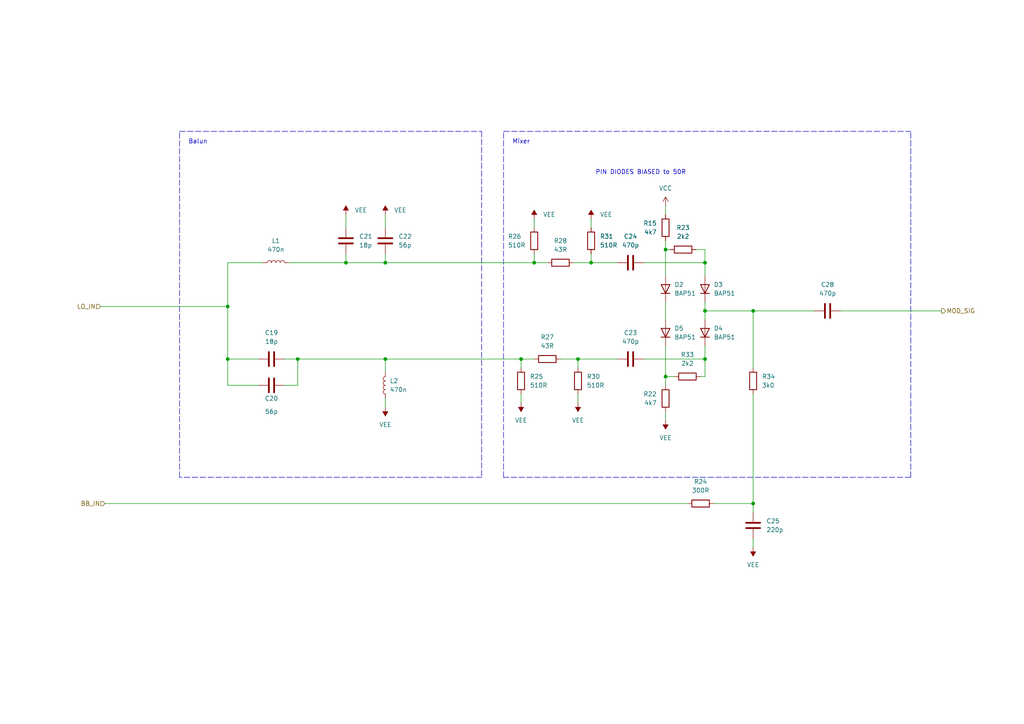
<source format=kicad_sch>
(kicad_sch (version 20211123) (generator eeschema)
  (paper "A4")
  (lib_symbols
    (symbol "Device:C" (pin_numbers hide) (pin_names (offset 0.254))
      (property "Reference" "C" (at 0.635 2.54 0))
      (property "Value" "C" (at 0.635 -2.54 0))
      (symbol "C_0_1"
        (polyline (pts (xy -2.032 -0.762) (xy 2.032 -0.762)) (stroke (width 0.508)))
        (polyline (pts (xy -2.032 0.762) (xy 2.032 0.762)) (stroke (width 0.508)))
      )
      (symbol "C_1_1"
        (pin passive line (at 0 3.81 270) (length 2.794) (name "~") (number "1"))
        (pin passive line (at 0 -3.81 90) (length 2.794) (name "~") (number "2"))
      )
    )
    (symbol "Device:D" (pin_numbers hide) (pin_names (offset 1.016) hide)
      (property "Reference" "D" (at 0 2.54 0))
      (property "Value" "D" (at 0 -2.54 0))
      (symbol "D_0_1"
        (polyline (pts (xy -1.27 1.27) (xy -1.27 -1.27)) (stroke (width 0.254)))
        (polyline (pts (xy 1.27 0) (xy -1.27 0)))
        (polyline (pts (xy 1.27 1.27) (xy 1.27 -1.27) (xy -1.27 0) (xy 1.27 1.27)) (stroke (width 0.254)))
      )
      (symbol "D_1_1"
        (pin passive line (at -3.81 0 0) (length 2.54) (name "K") (number "1"))
        (pin passive line (at 3.81 0 180) (length 2.54) (name "A") (number "2"))
      )
    )
    (symbol "Device:L" (pin_numbers hide) (pin_names (offset 1.016) hide)
      (property "Reference" "L" (at -1.27 0 90))
      (property "Value" "L" (at 1.905 0 90))
      (symbol "L_0_1"
        (arc (start 0 -2.54) (mid 0.635 -1.905) (end 0 -1.27))
        (arc (start 0 -1.27) (mid 0.635 -0.635) (end 0 0))
        (arc (start 0 0) (mid 0.635 0.635) (end 0 1.27))
        (arc (start 0 1.27) (mid 0.635 1.905) (end 0 2.54))
      )
      (symbol "L_1_1"
        (pin passive line (at 0 3.81 270) (length 1.27) (name "1") (number "1"))
        (pin passive line (at 0 -3.81 90) (length 1.27) (name "2") (number "2"))
      )
    )
    (symbol "Device:R" (pin_numbers hide) (pin_names (offset 0))
      (property "Reference" "R" (at 2.032 0 90))
      (property "Value" "R" (at 0 0 90))
      (symbol "R_0_1"
        (rectangle (start -1.016 -2.54) (end 1.016 2.54) (stroke (width 0.254)))
      )
      (symbol "R_1_1"
        (pin passive line (at 0 3.81 270) (length 1.27) (name "~") (number "1"))
        (pin passive line (at 0 -3.81 90) (length 1.27) (name "~") (number "2"))
      )
    )
    (symbol "power:VCC" (power) (pin_names (offset 0))
      (property "Value" "VCC" (at 0 3.81 0))
      (symbol "VCC_0_1"
        (polyline (pts (xy -0.762 1.27) (xy 0 2.54)))
        (polyline (pts (xy 0 0) (xy 0 2.54)))
        (polyline (pts (xy 0 2.54) (xy 0.762 1.27)))
      )
      (symbol "VCC_1_1"
        (pin power_in line (at 0 0 90) (length 0) hide (name "VCC") (number "1"))
      )
    )
    (symbol "power:VEE" (power) (pin_names (offset 0))
      (property "Value" "VEE" (at 0 3.81 0))
      (symbol "VEE_0_1"
        (polyline (pts (xy 0 0) (xy 0 2.54)))
        (polyline (pts (xy 0.762 1.27) (xy -0.762 1.27) (xy 0 2.54) (xy 0.762 1.27)) (fill (type outline)))
      )
      (symbol "VEE_1_1"
        (pin power_in line (at 0 0 90) (length 0) hide (name "VEE") (number "1"))
      )
    )
  )
  (junction (at 193.04 109.22))
  (junction (at 66.04 104.14))
  (junction (at 100.33 76.2))
  (junction (at 167.64 104.14))
  (junction (at 171.45 76.2))
  (junction (at 218.44 146.05))
  (junction (at 193.04 72.39))
  (junction (at 111.76 76.2))
  (junction (at 204.47 76.2))
  (junction (at 154.94 76.2))
  (junction (at 86.36 104.14))
  (junction (at 151.13 104.14))
  (junction (at 204.47 90.17))
  (junction (at 204.47 104.14))
  (junction (at 111.76 104.14))
  (junction (at 218.44 90.17))
  (junction (at 66.04 88.9))
  (wire (pts (xy 162.56 104.14) (xy 167.64 104.14)))
  (wire (pts (xy 171.45 76.2) (xy 171.45 73.66)))
  (wire (pts (xy 74.93 111.76) (xy 66.04 111.76)))
  (wire (pts (xy 86.36 104.14) (xy 111.76 104.14)))
  (polyline (pts (xy 264.16 138.43) (xy 264.16 38.1)))
  (wire (pts (xy 193.04 119.38) (xy 193.04 121.92)))
  (wire (pts (xy 154.94 73.66) (xy 154.94 76.2)))
  (wire (pts (xy 100.33 73.66) (xy 100.33 76.2)))
  (wire (pts (xy 193.04 109.22) (xy 193.04 111.76)))
  (wire (pts (xy 100.33 76.2) (xy 111.76 76.2)))
  (wire (pts (xy 193.04 72.39) (xy 193.04 80.01)))
  (wire (pts (xy 204.47 104.14) (xy 204.47 109.22)))
  (wire (pts (xy 193.04 69.85) (xy 193.04 72.39)))
  (wire (pts (xy 204.47 76.2) (xy 204.47 80.01)))
  (wire (pts (xy 204.47 72.39) (xy 204.47 76.2)))
  (polyline (pts (xy 264.16 138.43) (xy 146.05 138.43)))
  (wire (pts (xy 193.04 87.63) (xy 193.04 92.71)))
  (wire (pts (xy 193.04 109.22) (xy 195.58 109.22)))
  (polyline (pts (xy 52.07 138.43) (xy 52.07 38.1)))
  (wire (pts (xy 193.04 100.33) (xy 193.04 109.22)))
  (wire (pts (xy 82.55 111.76) (xy 86.36 111.76)))
  (wire (pts (xy 66.04 88.9) (xy 66.04 76.2)))
  (wire (pts (xy 167.64 104.14) (xy 179.07 104.14)))
  (wire (pts (xy 167.64 104.14) (xy 167.64 106.68)))
  (wire (pts (xy 111.76 66.04) (xy 111.76 62.23)))
  (wire (pts (xy 66.04 104.14) (xy 66.04 88.9)))
  (wire (pts (xy 218.44 90.17) (xy 236.22 90.17)))
  (wire (pts (xy 204.47 104.14) (xy 204.47 100.33)))
  (wire (pts (xy 66.04 76.2) (xy 76.2 76.2)))
  (wire (pts (xy 167.64 114.3) (xy 167.64 116.84)))
  (polyline (pts (xy 52.07 38.1) (xy 139.7 38.1)))
  (wire (pts (xy 218.44 146.05) (xy 218.44 148.59)))
  (wire (pts (xy 207.01 146.05) (xy 218.44 146.05)))
  (wire (pts (xy 243.84 90.17) (xy 273.05 90.17)))
  (wire (pts (xy 29.21 88.9) (xy 66.04 88.9)))
  (wire (pts (xy 86.36 111.76) (xy 86.36 104.14)))
  (wire (pts (xy 154.94 66.04) (xy 154.94 63.5)))
  (wire (pts (xy 218.44 114.3) (xy 218.44 146.05)))
  (wire (pts (xy 204.47 87.63) (xy 204.47 90.17)))
  (wire (pts (xy 218.44 90.17) (xy 218.44 106.68)))
  (wire (pts (xy 171.45 76.2) (xy 179.07 76.2)))
  (wire (pts (xy 111.76 104.14) (xy 151.13 104.14)))
  (wire (pts (xy 201.93 72.39) (xy 204.47 72.39)))
  (wire (pts (xy 203.2 109.22) (xy 204.47 109.22)))
  (wire (pts (xy 193.04 72.39) (xy 194.31 72.39)))
  (wire (pts (xy 186.69 104.14) (xy 204.47 104.14)))
  (polyline (pts (xy 139.7 138.43) (xy 52.07 138.43)))
  (wire (pts (xy 166.37 76.2) (xy 171.45 76.2)))
  (wire (pts (xy 151.13 114.3) (xy 151.13 116.84)))
  (polyline (pts (xy 146.05 138.43) (xy 146.05 38.1)))
  (wire (pts (xy 111.76 115.57) (xy 111.76 118.11)))
  (wire (pts (xy 186.69 76.2) (xy 204.47 76.2)))
  (wire (pts (xy 111.76 76.2) (xy 154.94 76.2)))
  (wire (pts (xy 204.47 90.17) (xy 204.47 92.71)))
  (wire (pts (xy 30.48 146.05) (xy 199.39 146.05)))
  (wire (pts (xy 204.47 90.17) (xy 218.44 90.17)))
  (polyline (pts (xy 139.7 38.1) (xy 139.7 138.43)))
  (wire (pts (xy 193.04 59.69) (xy 193.04 62.23)))
  (wire (pts (xy 171.45 66.04) (xy 171.45 63.5)))
  (wire (pts (xy 100.33 66.04) (xy 100.33 62.23)))
  (wire (pts (xy 151.13 104.14) (xy 154.94 104.14)))
  (wire (pts (xy 83.82 76.2) (xy 100.33 76.2)))
  (wire (pts (xy 111.76 73.66) (xy 111.76 76.2)))
  (wire (pts (xy 151.13 106.68) (xy 151.13 104.14)))
  (wire (pts (xy 66.04 111.76) (xy 66.04 104.14)))
  (wire (pts (xy 111.76 104.14) (xy 111.76 107.95)))
  (wire (pts (xy 154.94 76.2) (xy 158.75 76.2)))
  (wire (pts (xy 82.55 104.14) (xy 86.36 104.14)))
  (wire (pts (xy 74.93 104.14) (xy 66.04 104.14)))
  (polyline (pts (xy 146.05 38.1) (xy 264.16 38.1)))
  (wire (pts (xy 218.44 156.21) (xy 218.44 158.75)))
  (text "Balun" (at 54.61 41.91 0) (effects (font (size 1.27 1.27)) (justify left bottom)))
  (text "Mixer" (at 148.59 41.91 0) (effects (font (size 1.27 1.27)) (justify left bottom)))
  (text "PIN DIODES BIASED to 50R" (at 172.72 50.8 0) (effects (font (size 1.27 1.27)) (justify left bottom)))
  (hierarchical_label "BB_IN" (shape input) (at 30.48 146.05 180))
  (hierarchical_label "LO_IN" (shape input) (at 29.21 88.9 180))
  (hierarchical_label "MOD_SIG" (shape output) (at 273.05 90.17 0))
  (symbol (lib_id "Device:C") (at 111.76 69.85 0) (unit 1)
    (property "Reference" "C22" (at 115.57 68.5799 0) (effects (justify left)))
    (property "Value" "56p" (at 115.57 71.1199 0) (effects (justify left)))
    (property "Footprint" "Capacitor_SMD:C_0603_1608Metric" (effects hide))
  )
  (symbol (lib_id "Device:R") (at 203.2 146.05 90) (unit 1)
    (property "Reference" "R24" (at 203.2 139.7 90))
    (property "Value" "300R" (at 203.2 142.24 90))
    (property "Footprint" "Capacitor_SMD:C_0603_1608Metric" (effects hide))
  )
  (symbol (lib_id "Device:D") (at 204.47 83.82 90) (unit 1)
    (property "Reference" "D3" (at 207.01 82.5499 90) (effects (justify right)))
    (property "Value" "BAP51" (at 207.01 85.0899 90) (effects (justify right)))
    (property "Footprint" "Diode_SMD:D_SOD-323" (effects hide))
  )
  (symbol (lib_id "power:VEE") (at 193.04 121.92 180) (unit 1)
    (property "Reference" "#PWR0140" (effects hide))
    (property "Value" "VEE" (at 193.04 127 0))
  )
  (symbol (lib_id "Device:C") (at 182.88 76.2 90) (mirror x) (unit 1)
    (property "Reference" "C24" (at 182.88 68.58 90))
    (property "Value" "470p" (at 182.88 71.12 90))
    (property "Footprint" "Capacitor_SMD:C_0603_1608Metric" (effects hide))
  )
  (symbol (lib_id "power:VEE") (at 111.76 118.11 180) (unit 1)
    (property "Reference" "#PWR0138" (effects hide))
    (property "Value" "VEE" (at 111.76 123.19 0))
  )
  (symbol (lib_id "Device:D") (at 193.04 96.52 90) (unit 1)
    (property "Reference" "D5" (at 195.58 95.2499 90) (effects (justify right)))
    (property "Value" "BAP51" (at 195.58 97.7899 90) (effects (justify right)))
    (property "Footprint" "Diode_SMD:D_SOD-323" (effects hide))
  )
  (symbol (lib_id "Device:C") (at 78.74 104.14 90) (unit 1)
    (property "Reference" "C19" (at 78.74 96.52 90))
    (property "Value" "18p" (at 78.74 99.06 90))
    (property "Footprint" "Capacitor_SMD:C_0603_1608Metric" (effects hide))
  )
  (symbol (lib_id "power:VEE") (at 218.44 158.75 180) (unit 1)
    (property "Reference" "#PWR0142" (effects hide))
    (property "Value" "VEE" (at 218.44 163.83 0))
  )
  (symbol (lib_id "Device:L") (at 111.76 111.76 180) (unit 1)
    (property "Reference" "L2" (at 113.03 110.4899 0) (effects (justify right)))
    (property "Value" "470n" (at 113.03 113.0299 0) (effects (justify right)))
    (property "Footprint" "Capacitor_SMD:C_0805_2012Metric" (effects hide))
  )
  (symbol (lib_id "Device:C") (at 182.88 104.14 90) (unit 1)
    (property "Reference" "C23" (at 182.88 96.52 90))
    (property "Value" "470p" (at 182.88 99.06 90))
    (property "Footprint" "Capacitor_SMD:C_0603_1608Metric" (effects hide))
  )
  (symbol (lib_id "Device:R") (at 158.75 104.14 90) (unit 1)
    (property "Reference" "R27" (at 158.75 97.79 90))
    (property "Value" "43R" (at 158.75 100.33 90))
    (property "Footprint" "Capacitor_SMD:C_0603_1608Metric" (effects hide))
  )
  (symbol (lib_id "power:VEE") (at 171.45 63.5 0) (unit 1)
    (property "Reference" "#PWR0136" (effects hide))
    (property "Value" "VEE" (at 173.99 62.2299 0) (effects (justify left)))
  )
  (symbol (lib_id "Device:D") (at 204.47 96.52 90) (unit 1)
    (property "Reference" "D4" (at 207.01 95.2499 90) (effects (justify right)))
    (property "Value" "BAP51" (at 207.01 97.7899 90) (effects (justify right)))
    (property "Footprint" "Diode_SMD:D_SOD-323" (effects hide))
  )
  (symbol (lib_id "Device:R") (at 218.44 110.49 180) (unit 1)
    (property "Reference" "R34" (at 220.98 109.2199 0) (effects (justify right)))
    (property "Value" "3k0" (at 220.98 111.7599 0) (effects (justify right)))
    (property "Footprint" "Capacitor_SMD:C_0603_1608Metric" (effects hide))
  )
  (symbol (lib_id "Device:R") (at 162.56 76.2 90) (mirror x) (unit 1)
    (property "Reference" "R28" (at 162.56 69.85 90))
    (property "Value" "43R" (at 162.56 72.39 90))
    (property "Footprint" "Capacitor_SMD:C_0603_1608Metric" (effects hide))
  )
  (symbol (lib_id "Device:C") (at 218.44 152.4 180) (unit 1)
    (property "Reference" "C25" (at 222.25 151.1299 0) (effects (justify right)))
    (property "Value" "220p" (at 222.25 153.6699 0) (effects (justify right)))
    (property "Footprint" "Capacitor_SMD:C_0603_1608Metric" (effects hide))
  )
  (symbol (lib_id "Device:R") (at 193.04 66.04 0) (mirror x) (unit 1)
    (property "Reference" "R15" (at 190.5 64.7699 0) (effects (justify right)))
    (property "Value" "4k7" (at 190.5 67.3099 0) (effects (justify right)))
    (property "Footprint" "Capacitor_SMD:C_0603_1608Metric" (effects hide))
  )
  (symbol (lib_id "power:VEE") (at 151.13 116.84 180) (unit 1)
    (property "Reference" "#PWR0137" (effects hide))
    (property "Value" "VEE" (at 151.13 121.92 0))
  )
  (symbol (lib_id "power:VEE") (at 154.94 63.5 0) (unit 1)
    (property "Reference" "#PWR0135" (effects hide))
    (property "Value" "VEE" (at 157.48 62.2299 0) (effects (justify left)))
  )
  (symbol (lib_id "Device:R") (at 151.13 110.49 180) (unit 1)
    (property "Reference" "R25" (at 153.67 109.2199 0) (effects (justify right)))
    (property "Value" "510R" (at 153.67 111.7599 0) (effects (justify right)))
    (property "Footprint" "Capacitor_SMD:C_0603_1608Metric" (effects hide))
  )
  (symbol (lib_id "Device:R") (at 198.12 72.39 270) (mirror x) (unit 1)
    (property "Reference" "R23" (at 198.12 66.04 90))
    (property "Value" "2k2" (at 198.12 68.58 90))
    (property "Footprint" "Capacitor_SMD:C_0603_1608Metric" (effects hide))
  )
  (symbol (lib_id "power:VEE") (at 100.33 62.23 0) (unit 1)
    (property "Reference" "#PWR0139" (effects hide))
    (property "Value" "VEE" (at 102.87 60.9599 0) (effects (justify left)))
  )
  (symbol (lib_id "Device:L") (at 80.01 76.2 90) (unit 1)
    (property "Reference" "L1" (at 80.01 69.85 90))
    (property "Value" "470n" (at 80.01 72.39 90))
    (property "Footprint" "Capacitor_SMD:C_0805_2012Metric" (effects hide))
  )
  (symbol (lib_id "Device:R") (at 167.64 110.49 180) (unit 1)
    (property "Reference" "R30" (at 170.18 109.2199 0) (effects (justify right)))
    (property "Value" "510R" (at 170.18 111.7599 0) (effects (justify right)))
    (property "Footprint" "Capacitor_SMD:C_0603_1608Metric" (effects hide))
  )
  (symbol (lib_id "power:VEE") (at 111.76 62.23 0) (unit 1)
    (property "Reference" "#PWR0141" (effects hide))
    (property "Value" "VEE" (at 114.3 60.9599 0) (effects (justify left)))
  )
  (symbol (lib_id "Device:C") (at 240.03 90.17 90) (unit 1)
    (property "Reference" "C28" (at 240.03 82.55 90))
    (property "Value" "470p" (at 240.03 85.09 90))
    (property "Footprint" "Capacitor_SMD:C_0603_1608Metric" (effects hide))
  )
  (symbol (lib_id "power:VEE") (at 167.64 116.84 180) (unit 1)
    (property "Reference" "#PWR0177" (effects hide))
    (property "Value" "VEE" (at 167.64 121.92 0))
  )
  (symbol (lib_id "Device:R") (at 171.45 69.85 0) (mirror y) (unit 1)
    (property "Reference" "R31" (at 173.99 68.5799 0) (effects (justify right)))
    (property "Value" "510R" (at 173.99 71.1199 0) (effects (justify right)))
    (property "Footprint" "Capacitor_SMD:C_0603_1608Metric" (effects hide))
  )
  (symbol (lib_id "Device:C") (at 100.33 69.85 0) (unit 1)
    (property "Reference" "C21" (at 104.14 68.5799 0) (effects (justify left)))
    (property "Value" "18p" (at 104.14 71.1199 0) (effects (justify left)))
    (property "Footprint" "Capacitor_SMD:C_0603_1608Metric" (effects hide))
  )
  (symbol (lib_id "Device:D") (at 193.04 83.82 90) (unit 1)
    (property "Reference" "D2" (at 195.58 82.5499 90) (effects (justify right)))
    (property "Value" "BAP51" (at 195.58 85.0899 90) (effects (justify right)))
    (property "Footprint" "Diode_SMD:D_SOD-323" (effects hide))
  )
  (symbol (lib_id "Device:R") (at 154.94 69.85 0) (mirror y) (unit 1)
    (property "Reference" "R26" (at 147.32 68.58 0) (effects (justify right)))
    (property "Value" "510R" (at 147.32 71.12 0) (effects (justify right)))
    (property "Footprint" "Capacitor_SMD:C_0603_1608Metric" (effects hide))
  )
  (symbol (lib_id "Device:C") (at 78.74 111.76 270) (unit 1)
    (property "Reference" "C20" (at 78.74 115.57 90))
    (property "Value" "56p" (at 78.74 119.38 90))
    (property "Footprint" "Capacitor_SMD:C_0603_1608Metric" (effects hide))
  )
  (symbol (lib_id "power:VCC") (at 193.04 59.69 0) (unit 1)
    (property "Reference" "#PWR0133" (effects hide))
    (property "Value" "VCC" (at 193.04 54.61 0))
  )
  (symbol (lib_id "Device:R") (at 193.04 115.57 0) (mirror x) (unit 1)
    (property "Reference" "R22" (at 190.5 114.2999 0) (effects (justify right)))
    (property "Value" "4k7" (at 190.5 116.8399 0) (effects (justify right)))
    (property "Footprint" "Capacitor_SMD:C_0603_1608Metric" (effects hide))
  )
  (symbol (lib_id "Device:R") (at 199.39 109.22 90) (mirror x) (unit 1)
    (property "Reference" "R33" (at 199.39 102.87 90))
    (property "Value" "2k2" (at 199.39 105.41 90))
    (property "Footprint" "Capacitor_SMD:C_0603_1608Metric" (effects hide))
  )
)
</source>
